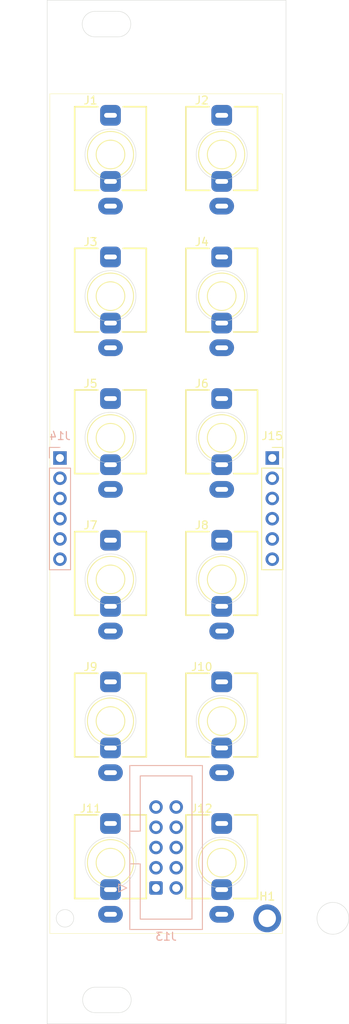
<source format=kicad_pcb>
(kicad_pcb (version 20240108) (generator "pcbnew") (generator_version "8.0")
  (layers (0 "F.Cu" signal) (31 "B.Cu" signal) (34 "B.Paste" user) (35 "F.Paste" user) (36 "B.SilkS" user "B.Silkscreen") (37 "F.SilkS" user "F.Silkscreen") (38 "B.Mask" user) (39 "F.Mask" user) (44 "Edge.Cuts" user))
  (net 0 "")
  (footprint "AudioJacks:Jack_3.5mm_QingPu_WQP-PJ301M-12_Vertical" (layer "F.Cu") (at 107.95 110.49)
    (property "Reference" "J9" (at -2.5 -6.8 0) (layer "F.SilkS"))
    (property "Value" "AudioJack3")
    (fp_line (start -4.5 -6) (end -1.6 -6) (stroke (width 0.2)) (layer "F.SilkS"))
    (fp_line (start -4.5 4.5) (end -4.5 -6) (stroke (width 0.2)) (layer "F.SilkS"))
    (fp_line (start -4.5 4.5) (end -1.5 4.5) (stroke (width 0.2)) (layer "F.SilkS"))
    (fp_line (start 1.5 4.5) (end 4.5 4.5) (stroke (width 0.2)) (layer "F.SilkS"))
    (fp_line (start 1.6 -6) (end 4.5 -6) (stroke (width 0.2)) (layer "F.SilkS"))
    (fp_line (start 4.5 4.5) (end 4.5 -6) (stroke (width 0.2)) (layer "F.SilkS"))
    (fp_arc (start -1.296263 2.588577) (mid -2.817353 -0.665994) (end 0 -2.895) (stroke (width 0.12)) (layer "F.SilkS"))
    (fp_arc (start 0 -2.895) (mid 2.817353 -0.665994) (end 1.296263 2.588577) (stroke (width 0.12)) (layer "F.SilkS"))
    (fp_circle (center 0 0) (end -1.8 0) (stroke (width 0.12)) (fill none) (layer "F.SilkS"))
    (pad "S" thru_hole oval (at 0 6.48) (size 3.1 2.1) (drill oval 1.6 0.6) (layers "*.Cu" "*.Mask"))
    (pad "T" thru_hole roundrect (at 0 -4.92) (size 2.6 2.6) (drill oval 1.6 0.6) (layers "*.Cu" "*.Mask"))
    (pad "TN" thru_hole roundrect (at 0 3.38) (size 2.6 2.6) (drill oval 1.6 0.6) (layers "*.Cu" "*.Mask"))
  )
  (footprint "AudioJacks:Jack_3.5mm_QingPu_WQP-PJ301M-12_Vertical" (layer "F.Cu") (at 121.92 74.93)
    (property "Reference" "J6" (at -2.5 -6.8 0) (layer "F.SilkS"))
    (property "Value" "AudioJack3")
    (fp_line (start -4.5 -6) (end -1.6 -6) (stroke (width 0.2)) (layer "F.SilkS"))
    (fp_line (start -4.5 4.5) (end -4.5 -6) (stroke (width 0.2)) (layer "F.SilkS"))
    (fp_line (start -4.5 4.5) (end -1.5 4.5) (stroke (width 0.2)) (layer "F.SilkS"))
    (fp_line (start 1.5 4.5) (end 4.5 4.5) (stroke (width 0.2)) (layer "F.SilkS"))
    (fp_line (start 1.6 -6) (end 4.5 -6) (stroke (width 0.2)) (layer "F.SilkS"))
    (fp_line (start 4.5 4.5) (end 4.5 -6) (stroke (width 0.2)) (layer "F.SilkS"))
    (fp_arc (start -1.296263 2.588577) (mid -2.817353 -0.665994) (end 0 -2.895) (stroke (width 0.12)) (layer "F.SilkS"))
    (fp_arc (start 0 -2.895) (mid 2.817353 -0.665994) (end 1.296263 2.588577) (stroke (width 0.12)) (layer "F.SilkS"))
    (fp_circle (center 0 0) (end -1.8 0) (stroke (width 0.12)) (fill none) (layer "F.SilkS"))
    (pad "S" thru_hole oval (at 0 6.48) (size 3.1 2.1) (drill oval 1.6 0.6) (layers "*.Cu" "*.Mask"))
    (pad "T" thru_hole roundrect (at 0 -4.92) (size 2.6 2.6) (drill oval 1.6 0.6) (layers "*.Cu" "*.Mask"))
    (pad "TN" thru_hole roundrect (at 0 3.38) (size 2.6 2.6) (drill oval 1.6 0.6) (layers "*.Cu" "*.Mask"))
  )
  (footprint "AudioJacks:Jack_3.5mm_QingPu_WQP-PJ301M-12_Vertical" (layer "F.Cu") (at 107.95 57.15)
    (property "Reference" "J3" (at -2.5 -6.8 0) (layer "F.SilkS"))
    (property "Value" "AudioJack3")
    (fp_line (start -4.5 -6) (end -1.6 -6) (stroke (width 0.2)) (layer "F.SilkS"))
    (fp_line (start -4.5 4.5) (end -4.5 -6) (stroke (width 0.2)) (layer "F.SilkS"))
    (fp_line (start -4.5 4.5) (end -1.5 4.5) (stroke (width 0.2)) (layer "F.SilkS"))
    (fp_line (start 1.5 4.5) (end 4.5 4.5) (stroke (width 0.2)) (layer "F.SilkS"))
    (fp_line (start 1.6 -6) (end 4.5 -6) (stroke (width 0.2)) (layer "F.SilkS"))
    (fp_line (start 4.5 4.5) (end 4.5 -6) (stroke (width 0.2)) (layer "F.SilkS"))
    (fp_arc (start -1.296263 2.588577) (mid -2.817353 -0.665994) (end 0 -2.895) (stroke (width 0.12)) (layer "F.SilkS"))
    (fp_arc (start 0 -2.895) (mid 2.817353 -0.665994) (end 1.296263 2.588577) (stroke (width 0.12)) (layer "F.SilkS"))
    (fp_circle (center 0 0) (end -1.8 0) (stroke (width 0.12)) (fill none) (layer "F.SilkS"))
    (pad "S" thru_hole oval (at 0 6.48) (size 3.1 2.1) (drill oval 1.6 0.6) (layers "*.Cu" "*.Mask"))
    (pad "T" thru_hole roundrect (at 0 -4.92) (size 2.6 2.6) (drill oval 1.6 0.6) (layers "*.Cu" "*.Mask"))
    (pad "TN" thru_hole roundrect (at 0 3.38) (size 2.6 2.6) (drill oval 1.6 0.6) (layers "*.Cu" "*.Mask"))
  )
  (footprint "AudioJacks:Jack_3.5mm_QingPu_WQP-PJ301M-12_Vertical" (layer "F.Cu") (at 107.95 39.37)
    (property "Reference" "J1" (at -2.5 -6.8 0) (layer "F.SilkS"))
    (property "Value" "AudioJack3")
    (fp_line (start -4.5 -6) (end -1.6 -6) (stroke (width 0.2)) (layer "F.SilkS"))
    (fp_line (start -4.5 4.5) (end -4.5 -6) (stroke (width 0.2)) (layer "F.SilkS"))
    (fp_line (start -4.5 4.5) (end -1.5 4.5) (stroke (width 0.2)) (layer "F.SilkS"))
    (fp_line (start 1.5 4.5) (end 4.5 4.5) (stroke (width 0.2)) (layer "F.SilkS"))
    (fp_line (start 1.6 -6) (end 4.5 -6) (stroke (width 0.2)) (layer "F.SilkS"))
    (fp_line (start 4.5 4.5) (end 4.5 -6) (stroke (width 0.2)) (layer "F.SilkS"))
    (fp_arc (start -1.296263 2.588577) (mid -2.817353 -0.665994) (end 0 -2.895) (stroke (width 0.12)) (layer "F.SilkS"))
    (fp_arc (start 0 -2.895) (mid 2.817353 -0.665994) (end 1.296263 2.588577) (stroke (width 0.12)) (layer "F.SilkS"))
    (fp_circle (center 0 0) (end -1.8 0) (stroke (width 0.12)) (fill none) (layer "F.SilkS"))
    (pad "S" thru_hole oval (at 0 6.48) (size 3.1 2.1) (drill oval 1.6 0.6) (layers "*.Cu" "*.Mask"))
    (pad "T" thru_hole roundrect (at 0 -4.92) (size 2.6 2.6) (drill oval 1.6 0.6) (layers "*.Cu" "*.Mask"))
    (pad "TN" thru_hole roundrect (at 0 3.38) (size 2.6 2.6) (drill oval 1.6 0.6) (layers "*.Cu" "*.Mask"))
  )
  (footprint "MountingHole:MountingHole_2.2mm_M2_ISO7380_Pad" (layer "F.Cu") (at 127.635 135.255)
    (property "Reference" "H1" (at 0 -2.75 0) (layer "F.SilkS"))
    (property "Value" "MountingHole")
    (pad "1" thru_hole circle (at 0 0) (size 3.5 3.5) (drill 2.2) (layers "*.Cu" "*.Mask"))
  )
  (footprint "AudioJacks:Jack_3.5mm_QingPu_WQP-PJ301M-12_Vertical" (layer "F.Cu") (at 121.92 110.49)
    (property "Reference" "J10" (at -2.5 -6.8 0) (layer "F.SilkS"))
    (property "Value" "AudioJack3")
    (fp_line (start -4.5 -6) (end -1.6 -6) (stroke (width 0.2)) (layer "F.SilkS"))
    (fp_line (start -4.5 4.5) (end -4.5 -6) (stroke (width 0.2)) (layer "F.SilkS"))
    (fp_line (start -4.5 4.5) (end -1.5 4.5) (stroke (width 0.2)) (layer "F.SilkS"))
    (fp_line (start 1.5 4.5) (end 4.5 4.5) (stroke (width 0.2)) (layer "F.SilkS"))
    (fp_line (start 1.6 -6) (end 4.5 -6) (stroke (width 0.2)) (layer "F.SilkS"))
    (fp_line (start 4.5 4.5) (end 4.5 -6) (stroke (width 0.2)) (layer "F.SilkS"))
    (fp_arc (start -1.296263 2.588577) (mid -2.817353 -0.665994) (end 0 -2.895) (stroke (width 0.12)) (layer "F.SilkS"))
    (fp_arc (start 0 -2.895) (mid 2.817353 -0.665994) (end 1.296263 2.588577) (stroke (width 0.12)) (layer "F.SilkS"))
    (fp_circle (center 0 0) (end -1.8 0) (stroke (width 0.12)) (fill none) (layer "F.SilkS"))
    (pad "S" thru_hole oval (at 0 6.48) (size 3.1 2.1) (drill oval 1.6 0.6) (layers "*.Cu" "*.Mask"))
    (pad "T" thru_hole roundrect (at 0 -4.92) (size 2.6 2.6) (drill oval 1.6 0.6) (layers "*.Cu" "*.Mask"))
    (pad "TN" thru_hole roundrect (at 0 3.38) (size 2.6 2.6) (drill oval 1.6 0.6) (layers "*.Cu" "*.Mask"))
  )
  (footprint "AudioJacks:Jack_3.5mm_QingPu_WQP-PJ301M-12_Vertical" (layer "F.Cu") (at 121.92 57.15)
    (property "Reference" "J4" (at -2.5 -6.8 0) (layer "F.SilkS"))
    (property "Value" "AudioJack3")
    (fp_line (start -4.5 -6) (end -1.6 -6) (stroke (width 0.2)) (layer "F.SilkS"))
    (fp_line (start -4.5 4.5) (end -4.5 -6) (stroke (width 0.2)) (layer "F.SilkS"))
    (fp_line (start -4.5 4.5) (end -1.5 4.5) (stroke (width 0.2)) (layer "F.SilkS"))
    (fp_line (start 1.5 4.5) (end 4.5 4.5) (stroke (width 0.2)) (layer "F.SilkS"))
    (fp_line (start 1.6 -6) (end 4.5 -6) (stroke (width 0.2)) (layer "F.SilkS"))
    (fp_line (start 4.5 4.5) (end 4.5 -6) (stroke (width 0.2)) (layer "F.SilkS"))
    (fp_arc (start -1.296263 2.588577) (mid -2.817353 -0.665994) (end 0 -2.895) (stroke (width 0.12)) (layer "F.SilkS"))
    (fp_arc (start 0 -2.895) (mid 2.817353 -0.665994) (end 1.296263 2.588577) (stroke (width 0.12)) (layer "F.SilkS"))
    (fp_circle (center 0 0) (end -1.8 0) (stroke (width 0.12)) (fill none) (layer "F.SilkS"))
    (pad "S" thru_hole oval (at 0 6.48) (size 3.1 2.1) (drill oval 1.6 0.6) (layers "*.Cu" "*.Mask"))
    (pad "T" thru_hole roundrect (at 0 -4.92) (size 2.6 2.6) (drill oval 1.6 0.6) (layers "*.Cu" "*.Mask"))
    (pad "TN" thru_hole roundrect (at 0 3.38) (size 2.6 2.6) (drill oval 1.6 0.6) (layers "*.Cu" "*.Mask"))
  )
  (footprint "AudioJacks:Jack_3.5mm_QingPu_WQP-PJ301M-12_Vertical" (layer "F.Cu") (at 121.92 92.71)
    (property "Reference" "J8" (at -2.5 -6.8 0) (layer "F.SilkS"))
    (property "Value" "AudioJack3")
    (fp_line (start -4.5 -6) (end -1.6 -6) (stroke (width 0.2)) (layer "F.SilkS"))
    (fp_line (start -4.5 4.5) (end -4.5 -6) (stroke (width 0.2)) (layer "F.SilkS"))
    (fp_line (start -4.5 4.5) (end -1.5 4.5) (stroke (width 0.2)) (layer "F.SilkS"))
    (fp_line (start 1.5 4.5) (end 4.5 4.5) (stroke (width 0.2)) (layer "F.SilkS"))
    (fp_line (start 1.6 -6) (end 4.5 -6) (stroke (width 0.2)) (layer "F.SilkS"))
    (fp_line (start 4.5 4.5) (end 4.5 -6) (stroke (width 0.2)) (layer "F.SilkS"))
    (fp_arc (start -1.296263 2.588577) (mid -2.817353 -0.665994) (end 0 -2.895) (stroke (width 0.12)) (layer "F.SilkS"))
    (fp_arc (start 0 -2.895) (mid 2.817353 -0.665994) (end 1.296263 2.588577) (stroke (width 0.12)) (layer "F.SilkS"))
    (fp_circle (center 0 0) (end -1.8 0) (stroke (width 0.12)) (fill none) (layer "F.SilkS"))
    (pad "S" thru_hole oval (at 0 6.48) (size 3.1 2.1) (drill oval 1.6 0.6) (layers "*.Cu" "*.Mask"))
    (pad "T" thru_hole roundrect (at 0 -4.92) (size 2.6 2.6) (drill oval 1.6 0.6) (layers "*.Cu" "*.Mask"))
    (pad "TN" thru_hole roundrect (at 0 3.38) (size 2.6 2.6) (drill oval 1.6 0.6) (layers "*.Cu" "*.Mask"))
  )
  (footprint "AudioJacks:Jack_3.5mm_QingPu_WQP-PJ301M-12_Vertical" (layer "F.Cu") (at 121.92 128.27)
    (property "Reference" "J12" (at -2.5 -6.8 0) (layer "F.SilkS"))
    (property "Value" "AudioJack3")
    (fp_line (start -4.5 -6) (end -1.6 -6) (stroke (width 0.2)) (layer "F.SilkS"))
    (fp_line (start -4.5 4.5) (end -4.5 -6) (stroke (width 0.2)) (layer "F.SilkS"))
    (fp_line (start -4.5 4.5) (end -1.5 4.5) (stroke (width 0.2)) (layer "F.SilkS"))
    (fp_line (start 1.5 4.5) (end 4.5 4.5) (stroke (width 0.2)) (layer "F.SilkS"))
    (fp_line (start 1.6 -6) (end 4.5 -6) (stroke (width 0.2)) (layer "F.SilkS"))
    (fp_line (start 4.5 4.5) (end 4.5 -6) (stroke (width 0.2)) (layer "F.SilkS"))
    (fp_arc (start -1.296263 2.588577) (mid -2.817353 -0.665994) (end 0 -2.895) (stroke (width 0.12)) (layer "F.SilkS"))
    (fp_arc (start 0 -2.895) (mid 2.817353 -0.665994) (end 1.296263 2.588577) (stroke (width 0.12)) (layer "F.SilkS"))
    (fp_circle (center 0 0) (end -1.8 0) (stroke (width 0.12)) (fill none) (layer "F.SilkS"))
    (pad "S" thru_hole oval (at 0 6.48) (size 3.1 2.1) (drill oval 1.6 0.6) (layers "*.Cu" "*.Mask"))
    (pad "T" thru_hole roundrect (at 0 -4.92) (size 2.6 2.6) (drill oval 1.6 0.6) (layers "*.Cu" "*.Mask"))
    (pad "TN" thru_hole roundrect (at 0 3.38) (size 2.6 2.6) (drill oval 1.6 0.6) (layers "*.Cu" "*.Mask"))
  )
  (footprint "AudioJacks:Jack_3.5mm_QingPu_WQP-PJ301M-12_Vertical" (layer "F.Cu") (at 121.92 39.37)
    (property "Reference" "J2" (at -2.5 -6.8 0) (layer "F.SilkS"))
    (property "Value" "AudioJack3")
    (fp_line (start -4.5 -6) (end -1.6 -6) (stroke (width 0.2)) (layer "F.SilkS"))
    (fp_line (start -4.5 4.5) (end -4.5 -6) (stroke (width 0.2)) (layer "F.SilkS"))
    (fp_line (start -4.5 4.5) (end -1.5 4.5) (stroke (width 0.2)) (layer "F.SilkS"))
    (fp_line (start 1.5 4.5) (end 4.5 4.5) (stroke (width 0.2)) (layer "F.SilkS"))
    (fp_line (start 1.6 -6) (end 4.5 -6) (stroke (width 0.2)) (layer "F.SilkS"))
    (fp_line (start 4.5 4.5) (end 4.5 -6) (stroke (width 0.2)) (layer "F.SilkS"))
    (fp_arc (start -1.296263 2.588577) (mid -2.817353 -0.665994) (end 0 -2.895) (stroke (width 0.12)) (layer "F.SilkS"))
    (fp_arc (start 0 -2.895) (mid 2.817353 -0.665994) (end 1.296263 2.588577) (stroke (width 0.12)) (layer "F.SilkS"))
    (fp_circle (center 0 0) (end -1.8 0) (stroke (width 0.12)) (fill none) (layer "F.SilkS"))
    (pad "S" thru_hole oval (at 0 6.48) (size 3.1 2.1) (drill oval 1.6 0.6) (layers "*.Cu" "*.Mask"))
    (pad "T" thru_hole roundrect (at 0 -4.92) (size 2.6 2.6) (drill oval 1.6 0.6) (layers "*.Cu" "*.Mask"))
    (pad "TN" thru_hole roundrect (at 0 3.38) (size 2.6 2.6) (drill oval 1.6 0.6) (layers "*.Cu" "*.Mask"))
  )
  (footprint "AudioJacks:Jack_3.5mm_QingPu_WQP-PJ301M-12_Vertical" (layer "F.Cu") (at 107.95 92.71)
    (property "Reference" "J7" (at -2.5 -6.8 0) (layer "F.SilkS"))
    (property "Value" "AudioJack3")
    (fp_line (start -4.5 -6) (end -1.6 -6) (stroke (width 0.2)) (layer "F.SilkS"))
    (fp_line (start -4.5 4.5) (end -4.5 -6) (stroke (width 0.2)) (layer "F.SilkS"))
    (fp_line (start -4.5 4.5) (end -1.5 4.5) (stroke (width 0.2)) (layer "F.SilkS"))
    (fp_line (start 1.5 4.5) (end 4.5 4.5) (stroke (width 0.2)) (layer "F.SilkS"))
    (fp_line (start 1.6 -6) (end 4.5 -6) (stroke (width 0.2)) (layer "F.SilkS"))
    (fp_line (start 4.5 4.5) (end 4.5 -6) (stroke (width 0.2)) (layer "F.SilkS"))
    (fp_arc (start -1.296263 2.588577) (mid -2.817353 -0.665994) (end 0 -2.895) (stroke (width 0.12)) (layer "F.SilkS"))
    (fp_arc (start 0 -2.895) (mid 2.817353 -0.665994) (end 1.296263 2.588577) (stroke (width 0.12)) (layer "F.SilkS"))
    (fp_circle (center 0 0) (end -1.8 0) (stroke (width 0.12)) (fill none) (layer "F.SilkS"))
    (pad "S" thru_hole oval (at 0 6.48) (size 3.1 2.1) (drill oval 1.6 0.6) (layers "*.Cu" "*.Mask"))
    (pad "T" thru_hole roundrect (at 0 -4.92) (size 2.6 2.6) (drill oval 1.6 0.6) (layers "*.Cu" "*.Mask"))
    (pad "TN" thru_hole roundrect (at 0 3.38) (size 2.6 2.6) (drill oval 1.6 0.6) (layers "*.Cu" "*.Mask"))
  )
  (footprint "Connector_PinSocket_2.54mm:PinSocket_1x06_P2.54mm_Vertical" (layer "F.Cu") (at 128.27 77.47)
    (property "Reference" "J15" (at 0 -2.77 0) (layer "F.SilkS"))
    (property "Value" "Conn_01x06_Socket")
    (fp_line (start -1.33 1.27) (end -1.33 14.03) (stroke (width 0.12)) (layer "F.SilkS"))
    (fp_line (start -1.33 1.27) (end 1.33 1.27) (stroke (width 0.12)) (layer "F.SilkS"))
    (fp_line (start -1.33 14.03) (end 1.33 14.03) (stroke (width 0.12)) (layer "F.SilkS"))
    (fp_line (start 0 -1.33) (end 1.33 -1.33) (stroke (width 0.12)) (layer "F.SilkS"))
    (fp_line (start 1.33 -1.33) (end 1.33 0) (stroke (width 0.12)) (layer "F.SilkS"))
    (fp_line (start 1.33 1.27) (end 1.33 14.03) (stroke (width 0.12)) (layer "F.SilkS"))
    (pad "1" thru_hole rect (at 0 0) (size 1.7 1.7) (drill 1) (layers "*.Cu" "*.Mask"))
    (pad "2" thru_hole oval (at 0 2.54) (size 1.7 1.7) (drill 1) (layers "*.Cu" "*.Mask"))
    (pad "3" thru_hole oval (at 0 5.08) (size 1.7 1.7) (drill 1) (layers "*.Cu" "*.Mask"))
    (pad "4" thru_hole oval (at 0 7.62) (size 1.7 1.7) (drill 1) (layers "*.Cu" "*.Mask"))
    (pad "5" thru_hole oval (at 0 10.16) (size 1.7 1.7) (drill 1) (layers "*.Cu" "*.Mask"))
    (pad "6" thru_hole oval (at 0 12.7) (size 1.7 1.7) (drill 1) (layers "*.Cu" "*.Mask"))
  )
  (footprint "AudioJacks:Jack_3.5mm_QingPu_WQP-PJ301M-12_Vertical" (layer "F.Cu") (at 107.95 128.27)
    (property "Reference" "J11" (at -2.5 -6.8 0) (layer "F.SilkS"))
    (property "Value" "AudioJack3")
    (fp_line (start -4.5 -6) (end -1.6 -6) (stroke (width 0.2)) (layer "F.SilkS"))
    (fp_line (start -4.5 4.5) (end -4.5 -6) (stroke (width 0.2)) (layer "F.SilkS"))
    (fp_line (start -4.5 4.5) (end -1.5 4.5) (stroke (width 0.2)) (layer "F.SilkS"))
    (fp_line (start 1.5 4.5) (end 4.5 4.5) (stroke (width 0.2)) (layer "F.SilkS"))
    (fp_line (start 1.6 -6) (end 4.5 -6) (stroke (width 0.2)) (layer "F.SilkS"))
    (fp_line (start 4.5 4.5) (end 4.5 -6) (stroke (width 0.2)) (layer "F.SilkS"))
    (fp_arc (start -1.296263 2.588577) (mid -2.817353 -0.665994) (end 0 -2.895) (stroke (width 0.12)) (layer "F.SilkS"))
    (fp_arc (start 0 -2.895) (mid 2.817353 -0.665994) (end 1.296263 2.588577) (stroke (width 0.12)) (layer "F.SilkS"))
    (fp_circle (center 0 0) (end -1.8 0) (stroke (width 0.12)) (fill none) (layer "F.SilkS"))
    (pad "S" thru_hole oval (at 0 6.48) (size 3.1 2.1) (drill oval 1.6 0.6) (layers "*.Cu" "*.Mask"))
    (pad "T" thru_hole roundrect (at 0 -4.92) (size 2.6 2.6) (drill oval 1.6 0.6) (layers "*.Cu" "*.Mask"))
    (pad "TN" thru_hole roundrect (at 0 3.38) (size 2.6 2.6) (drill oval 1.6 0.6) (layers "*.Cu" "*.Mask"))
  )
  (footprint "AudioJacks:Jack_3.5mm_QingPu_WQP-PJ301M-12_Vertical" (layer "F.Cu") (at 107.95 74.93)
    (property "Reference" "J5" (at -2.5 -6.8 0) (layer "F.SilkS"))
    (property "Value" "AudioJack3")
    (fp_line (start -4.5 -6) (end -1.6 -6) (stroke (width 0.2)) (layer "F.SilkS"))
    (fp_line (start -4.5 4.5) (end -4.5 -6) (stroke (width 0.2)) (layer "F.SilkS"))
    (fp_line (start -4.5 4.5) (end -1.5 4.5) (stroke (width 0.2)) (layer "F.SilkS"))
    (fp_line (start 1.5 4.5) (end 4.5 4.5) (stroke (width 0.2)) (layer "F.SilkS"))
    (fp_line (start 1.6 -6) (end 4.5 -6) (stroke (width 0.2)) (layer "F.SilkS"))
    (fp_line (start 4.5 4.5) (end 4.5 -6) (stroke (width 0.2)) (layer "F.SilkS"))
    (fp_arc (start -1.296263 2.588577) (mid -2.817353 -0.665994) (end 0 -2.895) (stroke (width 0.12)) (layer "F.SilkS"))
    (fp_arc (start 0 -2.895) (mid 2.817353 -0.665994) (end 1.296263 2.588577) (stroke (width 0.12)) (layer "F.SilkS"))
    (fp_circle (center 0 0) (end -1.8 0) (stroke (width 0.12)) (fill none) (layer "F.SilkS"))
    (pad "S" thru_hole oval (at 0 6.48) (size 3.1 2.1) (drill oval 1.6 0.6) (layers "*.Cu" "*.Mask"))
    (pad "T" thru_hole roundrect (at 0 -4.92) (size 2.6 2.6) (drill oval 1.6 0.6) (layers "*.Cu" "*.Mask"))
    (pad "TN" thru_hole roundrect (at 0 3.38) (size 2.6 2.6) (drill oval 1.6 0.6) (layers "*.Cu" "*.Mask"))
  )
  (footprint "Connector_PinSocket_2.54mm:PinSocket_1x06_P2.54mm_Vertical" (layer "B.Cu") (at 101.6 77.47 180)
    (property "Reference" "J14" (at 0 2.77 180) (layer "B.SilkS") (effects (justify mirror)))
    (property "Value" "Conn_01x06_Socket")
    (fp_line (start 1.33 1.33) (end 0 1.33) (stroke (width 0.12)) (layer "B.SilkS"))
    (fp_line (start 1.33 0) (end 1.33 1.33) (stroke (width 0.12)) (layer "B.SilkS"))
    (fp_line (start 1.33 -1.27) (end -1.33 -1.27) (stroke (width 0.12)) (layer "B.SilkS"))
    (fp_line (start 1.33 -14.03) (end 1.33 -1.27) (stroke (width 0.12)) (layer "B.SilkS"))
    (fp_line (start 1.33 -14.03) (end -1.33 -14.03) (stroke (width 0.12)) (layer "B.SilkS"))
    (fp_line (start -1.33 -14.03) (end -1.33 -1.27) (stroke (width 0.12)) (layer "B.SilkS"))
    (pad "1" thru_hole rect (at 0 0 180) (size 1.7 1.7) (drill 1) (layers "*.Cu" "*.Mask"))
    (pad "2" thru_hole oval (at 0 -2.54 180) (size 1.7 1.7) (drill 1) (layers "*.Cu" "*.Mask"))
    (pad "3" thru_hole oval (at 0 -5.08 180) (size 1.7 1.7) (drill 1) (layers "*.Cu" "*.Mask"))
    (pad "4" thru_hole oval (at 0 -7.62 180) (size 1.7 1.7) (drill 1) (layers "*.Cu" "*.Mask"))
    (pad "5" thru_hole oval (at 0 -10.16 180) (size 1.7 1.7) (drill 1) (layers "*.Cu" "*.Mask"))
    (pad "6" thru_hole oval (at 0 -12.7 180) (size 1.7 1.7) (drill 1) (layers "*.Cu" "*.Mask"))
  )
  (footprint "Connector_IDC:IDC-Header_2x05_P2.54mm_Vertical" (layer "B.Cu") (at 113.665 131.445)
    (property "Reference" "J13" (at 1.27 6.1 360) (layer "B.SilkS") (effects (justify mirror)))
    (property "Value" "Conn_02x05_Odd_Even")
    (fp_line (start -4.68 -0.5) (end -4.68 0.5) (stroke (width 0.12)) (layer "B.SilkS"))
    (fp_line (start -4.68 0.5) (end -3.68 0) (stroke (width 0.12)) (layer "B.SilkS"))
    (fp_line (start -3.68 0) (end -4.68 -0.5) (stroke (width 0.12)) (layer "B.SilkS"))
    (fp_line (start -3.29 -15.37) (end 5.83 -15.37) (stroke (width 0.12)) (layer "B.SilkS"))
    (fp_line (start -3.29 -7.13) (end -1.98 -7.13) (stroke (width 0.12)) (layer "B.SilkS"))
    (fp_line (start -3.29 5.21) (end -3.29 -15.37) (stroke (width 0.12)) (layer "B.SilkS"))
    (fp_line (start -1.98 -14.07) (end 4.52 -14.07) (stroke (width 0.12)) (layer "B.SilkS"))
    (fp_line (start -1.98 -7.13) (end -1.98 -14.07) (stroke (width 0.12)) (layer "B.SilkS"))
    (fp_line (start -1.98 -7.13) (end -1.98 -7.13) (stroke (width 0.12)) (layer "B.SilkS"))
    (fp_line (start -1.98 -3.03) (end -3.29 -3.03) (stroke (width 0.12)) (layer "B.SilkS"))
    (fp_line (start -1.98 3.91) (end -1.98 -3.03) (stroke (width 0.12)) (layer "B.SilkS"))
    (fp_line (start 4.52 -14.07) (end 4.52 3.91) (stroke (width 0.12)) (layer "B.SilkS"))
    (fp_line (start 4.52 3.91) (end -1.98 3.91) (stroke (width 0.12)) (layer "B.SilkS"))
    (fp_line (start 5.83 -15.37) (end 5.83 5.21) (stroke (width 0.12)) (layer "B.SilkS"))
    (fp_line (start 5.83 5.21) (end -3.29 5.21) (stroke (width 0.12)) (layer "B.SilkS"))
    (pad "1" thru_hole roundrect (at 0 0) (size 1.7 1.7) (drill 1) (layers "*.Cu" "*.Mask") (roundrect_rratio 0.147059))
    (pad "2" thru_hole circle (at 2.54 0) (size 1.7 1.7) (drill 1) (layers "*.Cu" "*.Mask"))
    (pad "3" thru_hole circle (at 0 -2.54) (size 1.7 1.7) (drill 1) (layers "*.Cu" "*.Mask"))
    (pad "4" thru_hole circle (at 2.54 -2.54) (size 1.7 1.7) (drill 1) (layers "*.Cu" "*.Mask"))
    (pad "5" thru_hole circle (at 0 -5.08) (size 1.7 1.7) (drill 1) (layers "*.Cu" "*.Mask"))
    (pad "6" thru_hole circle (at 2.54 -5.08) (size 1.7 1.7) (drill 1) (layers "*.Cu" "*.Mask"))
    (pad "7" thru_hole circle (at 0 -7.62) (size 1.7 1.7) (drill 1) (layers "*.Cu" "*.Mask"))
    (pad "8" thru_hole circle (at 2.54 -7.62) (size 1.7 1.7) (drill 1) (layers "*.Cu" "*.Mask"))
    (pad "9" thru_hole circle (at 0 -10.16) (size 1.7 1.7) (drill 1) (layers "*.Cu" "*.Mask"))
    (pad "10" thru_hole circle (at 2.54 -10.16) (size 1.7 1.7) (drill 1) (layers "*.Cu" "*.Mask"))
  )
  (gr_rect (start 100.33 31.75) (end 129.54 137.16) (stroke (width 0.05)) (fill none) (layer "F.SilkS"))
  (gr_line (start 106.05 143.9) (end 108.95 143.9) (stroke (width 0.05)) (layer "Edge.Cuts"))
  (gr_circle (center 107.95 74.93) (end 111.15 74.93) (stroke (width 0.05)) (fill none) (layer "Edge.Cuts"))
  (gr_line (start 106.05 147.1) (end 108.95 147.1) (stroke (width 0.05)) (layer "Edge.Cuts"))
  (gr_circle (center 107.95 39.37) (end 111.15 39.37) (stroke (width 0.05)) (fill none) (layer "Edge.Cuts"))
  (gr_arc (start 108.9 21.4) (mid 110.5 23) (end 108.9 24.6) (stroke (width 0.05)) (layer "Edge.Cuts"))
  (gr_line (start 106 21.4) (end 108.9 21.4) (stroke (width 0.05)) (layer "Edge.Cuts"))
  (gr_circle (center 107.95 128.27) (end 111.15 128.27) (stroke (width 0.05)) (fill none) (layer "Edge.Cuts"))
  (gr_circle (center 107.95 110.49) (end 111.15 110.49) (stroke (width 0.05)) (fill none) (layer "Edge.Cuts"))
  (gr_circle (center 121.92 92.71) (end 125.12 92.71) (stroke (width 0.05)) (fill none) (layer "Edge.Cuts"))
  (gr_arc (start 106.05 147.1) (mid 104.45 145.5) (end 106.05 143.9) (stroke (width 0.05)) (layer "Edge.Cuts"))
  (gr_circle (center 107.95 57.15) (end 111.15 57.15) (stroke (width 0.05)) (fill none) (layer "Edge.Cuts"))
  (gr_arc (start 106 24.6) (mid 104.4 23) (end 106 21.4) (stroke (width 0.05)) (layer "Edge.Cuts"))
  (gr_circle (center 102.235 135.255) (end 103.335 135.255) (stroke (width 0.05)) (fill none) (layer "Edge.Cuts"))
  (gr_circle (center 135.89 135.255) (end 137.89 135.255) (stroke (width 0.05)) (fill none) (layer "Edge.Cuts"))
  (gr_circle (center 121.92 74.93) (end 125.12 74.93) (stroke (width 0.05)) (fill none) (layer "Edge.Cuts"))
  (gr_line (start 106 24.6) (end 108.9 24.6) (stroke (width 0.05)) (layer "Edge.Cuts"))
  (gr_circle (center 107.95 92.71) (end 111.15 92.71) (stroke (width 0.05)) (fill none) (layer "Edge.Cuts"))
  (gr_circle (center 121.92 128.27) (end 125.12 128.27) (stroke (width 0.05)) (fill none) (layer "Edge.Cuts"))
  (gr_circle (center 121.92 110.49) (end 125.12 110.49) (stroke (width 0.05)) (fill none) (layer "Edge.Cuts"))
  (gr_rect (start 100 20) (end 130 148.5) (stroke (width 0.05)) (fill none) (layer "Edge.Cuts"))
  (gr_circle (center 121.92 57.15) (end 125.12 57.15) (stroke (width 0.05)) (fill none) (layer "Edge.Cuts"))
  (gr_circle (center 121.92 39.37) (end 125.12 39.37) (stroke (width 0.05)) (fill none) (layer "Edge.Cuts"))
  (gr_arc (start 108.95 143.9) (mid 110.55 145.5) (end 108.95 147.1) (stroke (width 0.05)) (layer "Edge.Cuts"))
)
</source>
